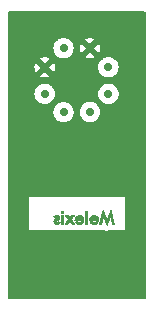
<source format=gbr>
G04 #@! TF.GenerationSoftware,KiCad,Pcbnew,(6.0.7)*
G04 #@! TF.CreationDate,2022-08-12T11:37:01-07:00*
G04 #@! TF.ProjectId,mlx90640-breakout,6d6c7839-3036-4343-902d-627265616b6f,rev?*
G04 #@! TF.SameCoordinates,Original*
G04 #@! TF.FileFunction,Copper,L2,Bot*
G04 #@! TF.FilePolarity,Positive*
%FSLAX46Y46*%
G04 Gerber Fmt 4.6, Leading zero omitted, Abs format (unit mm)*
G04 Created by KiCad (PCBNEW (6.0.7)) date 2022-08-12 11:37:01*
%MOMM*%
%LPD*%
G01*
G04 APERTURE LIST*
G04 Aperture macros list*
%AMFreePoly0*
4,1,21,0.108156,0.332870,0.205725,0.283156,0.283156,0.205725,0.332870,0.108156,0.350000,0.000000,0.332870,-0.108156,0.283156,-0.205725,0.205725,-0.283156,0.108156,-0.332870,0.000000,-0.350000,-0.108156,-0.332870,-0.205725,-0.283156,-0.283156,-0.205725,-0.332870,-0.108156,-0.350000,0.000000,-0.332870,0.108156,-0.283156,0.205725,-0.205725,0.283156,-0.108156,0.332870,0.000000,0.350000,
0.108156,0.332870,0.108156,0.332870,$1*%
G04 Aperture macros list end*
G04 #@! TA.AperFunction,EtchedComponent*
%ADD10C,0.010000*%
G04 #@! TD*
G04 #@! TA.AperFunction,ComponentPad*
%ADD11FreePoly0,90.000000*%
G04 #@! TD*
G04 #@! TA.AperFunction,ComponentPad*
%ADD12C,0.700000*%
G04 #@! TD*
G04 #@! TA.AperFunction,ComponentPad*
%ADD13FreePoly0,0.000000*%
G04 #@! TD*
G04 APERTURE END LIST*
G36*
X111844079Y-76591201D02*
G01*
X111666279Y-76591201D01*
X111666279Y-75499001D01*
X111844079Y-75499001D01*
X111844079Y-76591201D01*
G37*
D10*
X111844079Y-76591201D02*
X111666279Y-76591201D01*
X111666279Y-75499001D01*
X111844079Y-75499001D01*
X111844079Y-76591201D01*
G36*
X109801919Y-75676801D02*
G01*
X109619039Y-75676801D01*
X109619039Y-75499001D01*
X109801919Y-75499001D01*
X109801919Y-75676801D01*
G37*
X109801919Y-75676801D02*
X109619039Y-75676801D01*
X109619039Y-75499001D01*
X109801919Y-75499001D01*
X109801919Y-75676801D01*
G36*
X110676804Y-75883811D02*
G01*
X110627726Y-75946379D01*
X110584833Y-76001303D01*
X110547925Y-76048845D01*
X110516806Y-76089265D01*
X110491278Y-76122825D01*
X110471143Y-76149787D01*
X110456203Y-76170413D01*
X110446261Y-76184963D01*
X110441120Y-76193699D01*
X110440341Y-76196699D01*
X110444046Y-76201815D01*
X110453313Y-76214170D01*
X110467519Y-76232945D01*
X110486040Y-76257321D01*
X110508252Y-76286477D01*
X110533531Y-76319593D01*
X110561254Y-76355850D01*
X110588941Y-76392007D01*
X110618329Y-76430413D01*
X110645795Y-76466414D01*
X110670725Y-76499197D01*
X110692502Y-76527948D01*
X110710514Y-76551853D01*
X110724144Y-76570099D01*
X110732778Y-76581873D01*
X110735792Y-76586317D01*
X110731480Y-76588012D01*
X110717768Y-76589383D01*
X110695413Y-76590395D01*
X110665171Y-76591012D01*
X110631268Y-76591201D01*
X110525050Y-76591201D01*
X110431454Y-76470836D01*
X110407698Y-76440279D01*
X110385811Y-76412112D01*
X110366613Y-76387394D01*
X110350926Y-76367181D01*
X110339569Y-76352529D01*
X110333363Y-76344497D01*
X110332593Y-76343489D01*
X110329714Y-76343213D01*
X110324103Y-76347276D01*
X110315231Y-76356292D01*
X110302571Y-76370877D01*
X110285594Y-76391644D01*
X110263770Y-76419209D01*
X110236572Y-76454187D01*
X110229109Y-76463853D01*
X110130891Y-76591201D01*
X110024825Y-76591201D01*
X109993245Y-76591027D01*
X109965417Y-76590542D01*
X109942829Y-76589799D01*
X109926966Y-76588852D01*
X109919316Y-76587753D01*
X109918844Y-76587391D01*
X109921865Y-76582722D01*
X109930495Y-76570803D01*
X109944133Y-76552429D01*
X109962183Y-76528393D01*
X109984044Y-76499489D01*
X110009119Y-76466511D01*
X110036809Y-76430252D01*
X110066514Y-76391508D01*
X110068630Y-76388754D01*
X110103347Y-76343499D01*
X110132286Y-76305584D01*
X110155920Y-76274337D01*
X110174720Y-76249088D01*
X110189160Y-76229166D01*
X110199712Y-76213901D01*
X110206848Y-76202622D01*
X110211042Y-76194658D01*
X110212766Y-76189340D01*
X110212491Y-76185995D01*
X110212055Y-76185227D01*
X110207615Y-76179348D01*
X110197686Y-76166369D01*
X110182991Y-76147231D01*
X110164252Y-76122872D01*
X110142193Y-76094233D01*
X110117537Y-76062254D01*
X110091006Y-76027873D01*
X110087669Y-76023549D01*
X110061244Y-75989250D01*
X110036879Y-75957483D01*
X110015251Y-75929140D01*
X109997036Y-75905114D01*
X109982911Y-75886299D01*
X109973552Y-75873586D01*
X109969635Y-75867870D01*
X109969559Y-75867666D01*
X109974392Y-75866817D01*
X109987911Y-75866085D01*
X110008638Y-75865506D01*
X110035099Y-75865118D01*
X110065819Y-75864958D01*
X110077509Y-75864963D01*
X110185459Y-75865165D01*
X110254039Y-75956100D01*
X110273923Y-75982335D01*
X110291769Y-76005629D01*
X110306676Y-76024828D01*
X110317741Y-76038773D01*
X110324063Y-76046310D01*
X110325159Y-76047314D01*
X110328870Y-76043565D01*
X110337882Y-76032901D01*
X110351286Y-76016448D01*
X110368168Y-75995331D01*
X110387619Y-75970674D01*
X110398819Y-75956350D01*
X110469939Y-75865107D01*
X110580855Y-75864934D01*
X110691772Y-75864761D01*
X110676804Y-75883811D01*
G37*
X110676804Y-75883811D02*
X110627726Y-75946379D01*
X110584833Y-76001303D01*
X110547925Y-76048845D01*
X110516806Y-76089265D01*
X110491278Y-76122825D01*
X110471143Y-76149787D01*
X110456203Y-76170413D01*
X110446261Y-76184963D01*
X110441120Y-76193699D01*
X110440341Y-76196699D01*
X110444046Y-76201815D01*
X110453313Y-76214170D01*
X110467519Y-76232945D01*
X110486040Y-76257321D01*
X110508252Y-76286477D01*
X110533531Y-76319593D01*
X110561254Y-76355850D01*
X110588941Y-76392007D01*
X110618329Y-76430413D01*
X110645795Y-76466414D01*
X110670725Y-76499197D01*
X110692502Y-76527948D01*
X110710514Y-76551853D01*
X110724144Y-76570099D01*
X110732778Y-76581873D01*
X110735792Y-76586317D01*
X110731480Y-76588012D01*
X110717768Y-76589383D01*
X110695413Y-76590395D01*
X110665171Y-76591012D01*
X110631268Y-76591201D01*
X110525050Y-76591201D01*
X110431454Y-76470836D01*
X110407698Y-76440279D01*
X110385811Y-76412112D01*
X110366613Y-76387394D01*
X110350926Y-76367181D01*
X110339569Y-76352529D01*
X110333363Y-76344497D01*
X110332593Y-76343489D01*
X110329714Y-76343213D01*
X110324103Y-76347276D01*
X110315231Y-76356292D01*
X110302571Y-76370877D01*
X110285594Y-76391644D01*
X110263770Y-76419209D01*
X110236572Y-76454187D01*
X110229109Y-76463853D01*
X110130891Y-76591201D01*
X110024825Y-76591201D01*
X109993245Y-76591027D01*
X109965417Y-76590542D01*
X109942829Y-76589799D01*
X109926966Y-76588852D01*
X109919316Y-76587753D01*
X109918844Y-76587391D01*
X109921865Y-76582722D01*
X109930495Y-76570803D01*
X109944133Y-76552429D01*
X109962183Y-76528393D01*
X109984044Y-76499489D01*
X110009119Y-76466511D01*
X110036809Y-76430252D01*
X110066514Y-76391508D01*
X110068630Y-76388754D01*
X110103347Y-76343499D01*
X110132286Y-76305584D01*
X110155920Y-76274337D01*
X110174720Y-76249088D01*
X110189160Y-76229166D01*
X110199712Y-76213901D01*
X110206848Y-76202622D01*
X110211042Y-76194658D01*
X110212766Y-76189340D01*
X110212491Y-76185995D01*
X110212055Y-76185227D01*
X110207615Y-76179348D01*
X110197686Y-76166369D01*
X110182991Y-76147231D01*
X110164252Y-76122872D01*
X110142193Y-76094233D01*
X110117537Y-76062254D01*
X110091006Y-76027873D01*
X110087669Y-76023549D01*
X110061244Y-75989250D01*
X110036879Y-75957483D01*
X110015251Y-75929140D01*
X109997036Y-75905114D01*
X109982911Y-75886299D01*
X109973552Y-75873586D01*
X109969635Y-75867870D01*
X109969559Y-75867666D01*
X109974392Y-75866817D01*
X109987911Y-75866085D01*
X110008638Y-75865506D01*
X110035099Y-75865118D01*
X110065819Y-75864958D01*
X110077509Y-75864963D01*
X110185459Y-75865165D01*
X110254039Y-75956100D01*
X110273923Y-75982335D01*
X110291769Y-76005629D01*
X110306676Y-76024828D01*
X110317741Y-76038773D01*
X110324063Y-76046310D01*
X110325159Y-76047314D01*
X110328870Y-76043565D01*
X110337882Y-76032901D01*
X110351286Y-76016448D01*
X110368168Y-75995331D01*
X110387619Y-75970674D01*
X110398819Y-75956350D01*
X110469939Y-75865107D01*
X110580855Y-75864934D01*
X110691772Y-75864761D01*
X110676804Y-75883811D01*
G36*
X113812629Y-75413548D02*
G01*
X113812971Y-75413879D01*
X113814556Y-75419018D01*
X113818555Y-75433379D01*
X113824805Y-75456358D01*
X113833147Y-75487347D01*
X113843419Y-75525741D01*
X113855459Y-75570934D01*
X113869108Y-75622321D01*
X113884204Y-75679296D01*
X113900585Y-75741252D01*
X113918092Y-75807583D01*
X113936563Y-75877685D01*
X113955837Y-75950951D01*
X113969386Y-76002521D01*
X114123300Y-76588661D01*
X114036897Y-76590054D01*
X114008240Y-76590293D01*
X113983188Y-76590077D01*
X113963478Y-76589456D01*
X113950847Y-76588480D01*
X113947036Y-76587514D01*
X113945190Y-76582040D01*
X113941023Y-76567560D01*
X113934758Y-76544907D01*
X113926616Y-76514912D01*
X113916822Y-76478406D01*
X113905597Y-76436221D01*
X113893164Y-76389187D01*
X113879746Y-76338137D01*
X113865566Y-76283902D01*
X113860592Y-76264811D01*
X113846231Y-76209811D01*
X113832572Y-76157817D01*
X113819835Y-76109646D01*
X113808240Y-76066115D01*
X113798007Y-76028044D01*
X113789358Y-75996248D01*
X113782511Y-75971547D01*
X113777687Y-75954758D01*
X113775106Y-75946699D01*
X113774772Y-75946092D01*
X113772401Y-75950667D01*
X113766425Y-75963892D01*
X113757155Y-75985041D01*
X113744900Y-76013389D01*
X113729970Y-76048210D01*
X113712676Y-76088779D01*
X113693328Y-76134369D01*
X113672235Y-76184256D01*
X113649708Y-76237713D01*
X113626057Y-76294015D01*
X113624816Y-76296975D01*
X113601088Y-76353472D01*
X113578448Y-76407212D01*
X113557208Y-76457464D01*
X113537682Y-76503496D01*
X113520182Y-76544575D01*
X113505020Y-76579971D01*
X113492509Y-76608950D01*
X113482961Y-76630783D01*
X113476690Y-76644736D01*
X113474008Y-76650078D01*
X113473977Y-76650104D01*
X113469987Y-76647301D01*
X113464049Y-76637587D01*
X113460784Y-76630691D01*
X113457260Y-76622450D01*
X113450137Y-76605657D01*
X113439759Y-76581124D01*
X113426469Y-76549661D01*
X113410609Y-76512082D01*
X113392521Y-76469197D01*
X113372549Y-76421821D01*
X113351035Y-76370763D01*
X113328322Y-76316836D01*
X113311904Y-76277843D01*
X113281183Y-76205098D01*
X113254220Y-76141734D01*
X113230993Y-76087700D01*
X113211479Y-76042949D01*
X113195656Y-76007428D01*
X113183503Y-75981090D01*
X113174997Y-75963883D01*
X113170116Y-75955759D01*
X113168899Y-75955263D01*
X113167013Y-75961605D01*
X113162829Y-75976907D01*
X113156578Y-76000288D01*
X113148492Y-76030868D01*
X113138801Y-76067767D01*
X113127737Y-76110103D01*
X113115530Y-76156998D01*
X113102413Y-76207570D01*
X113088617Y-76260939D01*
X113088601Y-76261001D01*
X113074738Y-76314656D01*
X113061511Y-76365740D01*
X113049156Y-76413341D01*
X113037913Y-76456547D01*
X113028020Y-76494447D01*
X113019713Y-76526131D01*
X113013231Y-76550686D01*
X113008811Y-76567201D01*
X113006716Y-76574691D01*
X113001531Y-76591201D01*
X112824325Y-76591201D01*
X112827206Y-76579771D01*
X112835964Y-76545306D01*
X112846489Y-76504365D01*
X112858592Y-76457666D01*
X112872078Y-76405925D01*
X112886758Y-76349862D01*
X112902440Y-76290194D01*
X112918931Y-76227638D01*
X112936041Y-76162913D01*
X112953577Y-76096736D01*
X112971348Y-76029825D01*
X112989162Y-75962899D01*
X113006828Y-75896674D01*
X113024154Y-75831869D01*
X113040948Y-75769202D01*
X113057019Y-75709390D01*
X113072176Y-75653151D01*
X113086225Y-75601203D01*
X113098977Y-75554264D01*
X113110238Y-75513051D01*
X113119818Y-75478283D01*
X113127525Y-75450678D01*
X113133168Y-75430953D01*
X113136554Y-75419825D01*
X113137483Y-75417538D01*
X113140085Y-75422480D01*
X113146290Y-75436114D01*
X113155805Y-75457751D01*
X113168334Y-75486702D01*
X113183585Y-75522276D01*
X113201262Y-75563783D01*
X113221072Y-75610533D01*
X113242721Y-75661838D01*
X113265914Y-75717006D01*
X113290358Y-75775348D01*
X113306922Y-75814991D01*
X113331970Y-75874874D01*
X113355934Y-75931912D01*
X113378522Y-75985427D01*
X113399445Y-76034745D01*
X113418412Y-76079188D01*
X113435134Y-76118081D01*
X113449319Y-76150749D01*
X113460678Y-76176514D01*
X113468920Y-76194701D01*
X113473756Y-76204634D01*
X113474947Y-76206333D01*
X113477355Y-76201163D01*
X113483377Y-76187337D01*
X113492709Y-76165571D01*
X113505047Y-76136583D01*
X113520089Y-76101091D01*
X113537529Y-76059812D01*
X113557066Y-76013465D01*
X113578395Y-75962766D01*
X113601214Y-75908433D01*
X113625217Y-75851184D01*
X113632297Y-75834281D01*
X113662693Y-75761697D01*
X113689407Y-75697920D01*
X113712680Y-75642385D01*
X113732757Y-75594527D01*
X113749879Y-75553782D01*
X113764289Y-75519586D01*
X113776231Y-75491372D01*
X113785945Y-75468578D01*
X113793676Y-75450638D01*
X113799666Y-75436987D01*
X113804157Y-75427062D01*
X113807393Y-75420297D01*
X113809615Y-75416128D01*
X113811067Y-75413990D01*
X113811990Y-75413318D01*
X113812629Y-75413548D01*
G37*
X113812629Y-75413548D02*
X113812971Y-75413879D01*
X113814556Y-75419018D01*
X113818555Y-75433379D01*
X113824805Y-75456358D01*
X113833147Y-75487347D01*
X113843419Y-75525741D01*
X113855459Y-75570934D01*
X113869108Y-75622321D01*
X113884204Y-75679296D01*
X113900585Y-75741252D01*
X113918092Y-75807583D01*
X113936563Y-75877685D01*
X113955837Y-75950951D01*
X113969386Y-76002521D01*
X114123300Y-76588661D01*
X114036897Y-76590054D01*
X114008240Y-76590293D01*
X113983188Y-76590077D01*
X113963478Y-76589456D01*
X113950847Y-76588480D01*
X113947036Y-76587514D01*
X113945190Y-76582040D01*
X113941023Y-76567560D01*
X113934758Y-76544907D01*
X113926616Y-76514912D01*
X113916822Y-76478406D01*
X113905597Y-76436221D01*
X113893164Y-76389187D01*
X113879746Y-76338137D01*
X113865566Y-76283902D01*
X113860592Y-76264811D01*
X113846231Y-76209811D01*
X113832572Y-76157817D01*
X113819835Y-76109646D01*
X113808240Y-76066115D01*
X113798007Y-76028044D01*
X113789358Y-75996248D01*
X113782511Y-75971547D01*
X113777687Y-75954758D01*
X113775106Y-75946699D01*
X113774772Y-75946092D01*
X113772401Y-75950667D01*
X113766425Y-75963892D01*
X113757155Y-75985041D01*
X113744900Y-76013389D01*
X113729970Y-76048210D01*
X113712676Y-76088779D01*
X113693328Y-76134369D01*
X113672235Y-76184256D01*
X113649708Y-76237713D01*
X113626057Y-76294015D01*
X113624816Y-76296975D01*
X113601088Y-76353472D01*
X113578448Y-76407212D01*
X113557208Y-76457464D01*
X113537682Y-76503496D01*
X113520182Y-76544575D01*
X113505020Y-76579971D01*
X113492509Y-76608950D01*
X113482961Y-76630783D01*
X113476690Y-76644736D01*
X113474008Y-76650078D01*
X113473977Y-76650104D01*
X113469987Y-76647301D01*
X113464049Y-76637587D01*
X113460784Y-76630691D01*
X113457260Y-76622450D01*
X113450137Y-76605657D01*
X113439759Y-76581124D01*
X113426469Y-76549661D01*
X113410609Y-76512082D01*
X113392521Y-76469197D01*
X113372549Y-76421821D01*
X113351035Y-76370763D01*
X113328322Y-76316836D01*
X113311904Y-76277843D01*
X113281183Y-76205098D01*
X113254220Y-76141734D01*
X113230993Y-76087700D01*
X113211479Y-76042949D01*
X113195656Y-76007428D01*
X113183503Y-75981090D01*
X113174997Y-75963883D01*
X113170116Y-75955759D01*
X113168899Y-75955263D01*
X113167013Y-75961605D01*
X113162829Y-75976907D01*
X113156578Y-76000288D01*
X113148492Y-76030868D01*
X113138801Y-76067767D01*
X113127737Y-76110103D01*
X113115530Y-76156998D01*
X113102413Y-76207570D01*
X113088617Y-76260939D01*
X113088601Y-76261001D01*
X113074738Y-76314656D01*
X113061511Y-76365740D01*
X113049156Y-76413341D01*
X113037913Y-76456547D01*
X113028020Y-76494447D01*
X113019713Y-76526131D01*
X113013231Y-76550686D01*
X113008811Y-76567201D01*
X113006716Y-76574691D01*
X113001531Y-76591201D01*
X112824325Y-76591201D01*
X112827206Y-76579771D01*
X112835964Y-76545306D01*
X112846489Y-76504365D01*
X112858592Y-76457666D01*
X112872078Y-76405925D01*
X112886758Y-76349862D01*
X112902440Y-76290194D01*
X112918931Y-76227638D01*
X112936041Y-76162913D01*
X112953577Y-76096736D01*
X112971348Y-76029825D01*
X112989162Y-75962899D01*
X113006828Y-75896674D01*
X113024154Y-75831869D01*
X113040948Y-75769202D01*
X113057019Y-75709390D01*
X113072176Y-75653151D01*
X113086225Y-75601203D01*
X113098977Y-75554264D01*
X113110238Y-75513051D01*
X113119818Y-75478283D01*
X113127525Y-75450678D01*
X113133168Y-75430953D01*
X113136554Y-75419825D01*
X113137483Y-75417538D01*
X113140085Y-75422480D01*
X113146290Y-75436114D01*
X113155805Y-75457751D01*
X113168334Y-75486702D01*
X113183585Y-75522276D01*
X113201262Y-75563783D01*
X113221072Y-75610533D01*
X113242721Y-75661838D01*
X113265914Y-75717006D01*
X113290358Y-75775348D01*
X113306922Y-75814991D01*
X113331970Y-75874874D01*
X113355934Y-75931912D01*
X113378522Y-75985427D01*
X113399445Y-76034745D01*
X113418412Y-76079188D01*
X113435134Y-76118081D01*
X113449319Y-76150749D01*
X113460678Y-76176514D01*
X113468920Y-76194701D01*
X113473756Y-76204634D01*
X113474947Y-76206333D01*
X113477355Y-76201163D01*
X113483377Y-76187337D01*
X113492709Y-76165571D01*
X113505047Y-76136583D01*
X113520089Y-76101091D01*
X113537529Y-76059812D01*
X113557066Y-76013465D01*
X113578395Y-75962766D01*
X113601214Y-75908433D01*
X113625217Y-75851184D01*
X113632297Y-75834281D01*
X113662693Y-75761697D01*
X113689407Y-75697920D01*
X113712680Y-75642385D01*
X113732757Y-75594527D01*
X113749879Y-75553782D01*
X113764289Y-75519586D01*
X113776231Y-75491372D01*
X113785945Y-75468578D01*
X113793676Y-75450638D01*
X113799666Y-75436987D01*
X113804157Y-75427062D01*
X113807393Y-75420297D01*
X113809615Y-75416128D01*
X113811067Y-75413990D01*
X113811990Y-75413318D01*
X113812629Y-75413548D01*
G36*
X109264717Y-75848627D02*
G01*
X109294949Y-75852953D01*
X109321927Y-75861276D01*
X109349004Y-75874588D01*
X109375166Y-75890946D01*
X109408147Y-75918464D01*
X109433824Y-75951209D01*
X109452064Y-75987766D01*
X109462736Y-76026722D01*
X109465709Y-76066664D01*
X109460851Y-76106176D01*
X109448029Y-76143846D01*
X109427114Y-76178260D01*
X109404190Y-76202740D01*
X109395724Y-76209851D01*
X109386214Y-76216869D01*
X109374624Y-76224350D01*
X109359918Y-76232851D01*
X109341059Y-76242927D01*
X109317011Y-76255135D01*
X109286736Y-76270031D01*
X109249199Y-76288170D01*
X109209378Y-76307236D01*
X109176190Y-76325484D01*
X109153118Y-76343741D01*
X109140118Y-76362095D01*
X109137146Y-76380633D01*
X109144158Y-76399441D01*
X109155603Y-76413440D01*
X109180533Y-76431602D01*
X109209539Y-76441375D01*
X109241108Y-76442856D01*
X109273727Y-76436141D01*
X109305884Y-76421327D01*
X109331992Y-76402203D01*
X109355870Y-76381184D01*
X109422684Y-76413704D01*
X109446691Y-76425479D01*
X109467508Y-76435861D01*
X109483383Y-76443962D01*
X109492569Y-76448898D01*
X109493988Y-76449796D01*
X109493879Y-76455718D01*
X109487729Y-76467126D01*
X109476768Y-76482407D01*
X109462225Y-76499951D01*
X109445329Y-76518145D01*
X109431884Y-76531220D01*
X109389899Y-76563695D01*
X109343597Y-76588001D01*
X109294414Y-76603741D01*
X109243791Y-76610518D01*
X109193164Y-76607933D01*
X109170195Y-76603474D01*
X109127729Y-76588669D01*
X109087068Y-76565998D01*
X109050287Y-76537089D01*
X109019463Y-76503567D01*
X108997093Y-76467920D01*
X108982595Y-76428452D01*
X108975884Y-76386801D01*
X108977481Y-76346376D01*
X108978062Y-76342848D01*
X108988263Y-76304970D01*
X109005251Y-76270509D01*
X109029623Y-76238892D01*
X109061976Y-76209544D01*
X109102908Y-76181891D01*
X109153016Y-76155358D01*
X109190485Y-76138569D01*
X109228111Y-76121772D01*
X109256751Y-76106808D01*
X109277266Y-76093022D01*
X109290521Y-76079756D01*
X109297377Y-76066356D01*
X109298837Y-76056197D01*
X109295875Y-76037799D01*
X109286020Y-76024689D01*
X109268535Y-76016415D01*
X109242686Y-76012524D01*
X109226957Y-76012081D01*
X109204869Y-76013454D01*
X109184431Y-76018250D01*
X109162883Y-76027477D01*
X109137465Y-76042147D01*
X109127592Y-76048462D01*
X109095885Y-76069098D01*
X109044567Y-76024079D01*
X109024621Y-76006650D01*
X109006621Y-75991048D01*
X108992360Y-75978817D01*
X108983629Y-75971503D01*
X108982838Y-75970871D01*
X108978075Y-75966560D01*
X108977128Y-75962431D01*
X108981085Y-75956808D01*
X108991034Y-75948014D01*
X109004902Y-75936883D01*
X109040673Y-75910980D01*
X109079563Y-75887102D01*
X109117844Y-75867425D01*
X109139393Y-75858380D01*
X109155291Y-75853120D01*
X109171207Y-75849769D01*
X109190100Y-75847958D01*
X109214927Y-75847314D01*
X109227879Y-75847304D01*
X109264717Y-75848627D01*
G37*
X109264717Y-75848627D02*
X109294949Y-75852953D01*
X109321927Y-75861276D01*
X109349004Y-75874588D01*
X109375166Y-75890946D01*
X109408147Y-75918464D01*
X109433824Y-75951209D01*
X109452064Y-75987766D01*
X109462736Y-76026722D01*
X109465709Y-76066664D01*
X109460851Y-76106176D01*
X109448029Y-76143846D01*
X109427114Y-76178260D01*
X109404190Y-76202740D01*
X109395724Y-76209851D01*
X109386214Y-76216869D01*
X109374624Y-76224350D01*
X109359918Y-76232851D01*
X109341059Y-76242927D01*
X109317011Y-76255135D01*
X109286736Y-76270031D01*
X109249199Y-76288170D01*
X109209378Y-76307236D01*
X109176190Y-76325484D01*
X109153118Y-76343741D01*
X109140118Y-76362095D01*
X109137146Y-76380633D01*
X109144158Y-76399441D01*
X109155603Y-76413440D01*
X109180533Y-76431602D01*
X109209539Y-76441375D01*
X109241108Y-76442856D01*
X109273727Y-76436141D01*
X109305884Y-76421327D01*
X109331992Y-76402203D01*
X109355870Y-76381184D01*
X109422684Y-76413704D01*
X109446691Y-76425479D01*
X109467508Y-76435861D01*
X109483383Y-76443962D01*
X109492569Y-76448898D01*
X109493988Y-76449796D01*
X109493879Y-76455718D01*
X109487729Y-76467126D01*
X109476768Y-76482407D01*
X109462225Y-76499951D01*
X109445329Y-76518145D01*
X109431884Y-76531220D01*
X109389899Y-76563695D01*
X109343597Y-76588001D01*
X109294414Y-76603741D01*
X109243791Y-76610518D01*
X109193164Y-76607933D01*
X109170195Y-76603474D01*
X109127729Y-76588669D01*
X109087068Y-76565998D01*
X109050287Y-76537089D01*
X109019463Y-76503567D01*
X108997093Y-76467920D01*
X108982595Y-76428452D01*
X108975884Y-76386801D01*
X108977481Y-76346376D01*
X108978062Y-76342848D01*
X108988263Y-76304970D01*
X109005251Y-76270509D01*
X109029623Y-76238892D01*
X109061976Y-76209544D01*
X109102908Y-76181891D01*
X109153016Y-76155358D01*
X109190485Y-76138569D01*
X109228111Y-76121772D01*
X109256751Y-76106808D01*
X109277266Y-76093022D01*
X109290521Y-76079756D01*
X109297377Y-76066356D01*
X109298837Y-76056197D01*
X109295875Y-76037799D01*
X109286020Y-76024689D01*
X109268535Y-76016415D01*
X109242686Y-76012524D01*
X109226957Y-76012081D01*
X109204869Y-76013454D01*
X109184431Y-76018250D01*
X109162883Y-76027477D01*
X109137465Y-76042147D01*
X109127592Y-76048462D01*
X109095885Y-76069098D01*
X109044567Y-76024079D01*
X109024621Y-76006650D01*
X109006621Y-75991048D01*
X108992360Y-75978817D01*
X108983629Y-75971503D01*
X108982838Y-75970871D01*
X108978075Y-75966560D01*
X108977128Y-75962431D01*
X108981085Y-75956808D01*
X108991034Y-75948014D01*
X109004902Y-75936883D01*
X109040673Y-75910980D01*
X109079563Y-75887102D01*
X109117844Y-75867425D01*
X109139393Y-75858380D01*
X109155291Y-75853120D01*
X109171207Y-75849769D01*
X109190100Y-75847958D01*
X109214927Y-75847314D01*
X109227879Y-75847304D01*
X109264717Y-75848627D01*
G36*
X110798718Y-76060691D02*
G01*
X110824165Y-76016022D01*
X110856892Y-75974019D01*
X110873799Y-75955944D01*
X110918920Y-75915851D01*
X110966624Y-75885230D01*
X111017989Y-75863603D01*
X111074092Y-75850495D01*
X111122719Y-75845839D01*
X111152516Y-75844998D01*
X111176120Y-75845655D01*
X111197427Y-75848120D01*
X111220332Y-75852702D01*
X111226161Y-75854071D01*
X111283195Y-75872813D01*
X111336252Y-75900344D01*
X111384414Y-75935764D01*
X111426759Y-75978174D01*
X111462368Y-76026673D01*
X111490321Y-76080361D01*
X111507285Y-76129081D01*
X111513154Y-76159952D01*
X111516239Y-76197232D01*
X111516585Y-76237573D01*
X111514238Y-76277624D01*
X111509242Y-76314038D01*
X111504522Y-76334432D01*
X111483056Y-76392060D01*
X111453270Y-76444725D01*
X111415981Y-76491620D01*
X111372003Y-76531937D01*
X111322153Y-76564870D01*
X111267246Y-76589614D01*
X111237019Y-76598962D01*
X111208273Y-76604427D01*
X111173165Y-76607926D01*
X111135322Y-76609357D01*
X111098368Y-76608616D01*
X111065930Y-76605599D01*
X111056949Y-76604108D01*
X111000249Y-76589066D01*
X110945841Y-76566422D01*
X110895433Y-76537214D01*
X110850735Y-76502481D01*
X110813455Y-76463262D01*
X110803454Y-76450050D01*
X110792213Y-76434264D01*
X110852056Y-76389225D01*
X110873703Y-76372999D01*
X110892790Y-76358816D01*
X110907691Y-76347874D01*
X110916782Y-76341372D01*
X110918455Y-76340266D01*
X110925722Y-76341790D01*
X110938796Y-76351468D01*
X110957550Y-76369206D01*
X110957808Y-76369466D01*
X110994956Y-76401277D01*
X111034552Y-76423701D01*
X111077980Y-76437454D01*
X111094578Y-76440386D01*
X111140653Y-76442632D01*
X111185199Y-76436449D01*
X111226822Y-76422501D01*
X111264129Y-76401450D01*
X111295726Y-76373959D01*
X111320220Y-76340691D01*
X111325573Y-76330519D01*
X111333924Y-76312217D01*
X111340663Y-76295561D01*
X111344059Y-76285131D01*
X111347340Y-76271161D01*
X110755757Y-76271161D01*
X110759280Y-76226711D01*
X110766953Y-76164433D01*
X110777612Y-76119217D01*
X110960159Y-76119217D01*
X110965086Y-76120365D01*
X110979257Y-76121388D01*
X111001756Y-76122264D01*
X111031669Y-76122970D01*
X111068079Y-76123481D01*
X111110071Y-76123776D01*
X111143169Y-76123841D01*
X111326179Y-76123841D01*
X111318588Y-76109161D01*
X111306756Y-76091976D01*
X111289023Y-76072773D01*
X111268407Y-76054395D01*
X111247929Y-76039686D01*
X111240189Y-76035334D01*
X111199186Y-76019940D01*
X111155756Y-76013076D01*
X111111970Y-76014645D01*
X111069900Y-76024549D01*
X111031617Y-76042693D01*
X111027631Y-76045250D01*
X111013528Y-76056118D01*
X110998022Y-76070452D01*
X110983033Y-76086146D01*
X110970481Y-76101094D01*
X110962289Y-76113191D01*
X110960159Y-76119217D01*
X110777612Y-76119217D01*
X110779873Y-76109627D01*
X110798718Y-76060691D01*
G37*
X110798718Y-76060691D02*
X110824165Y-76016022D01*
X110856892Y-75974019D01*
X110873799Y-75955944D01*
X110918920Y-75915851D01*
X110966624Y-75885230D01*
X111017989Y-75863603D01*
X111074092Y-75850495D01*
X111122719Y-75845839D01*
X111152516Y-75844998D01*
X111176120Y-75845655D01*
X111197427Y-75848120D01*
X111220332Y-75852702D01*
X111226161Y-75854071D01*
X111283195Y-75872813D01*
X111336252Y-75900344D01*
X111384414Y-75935764D01*
X111426759Y-75978174D01*
X111462368Y-76026673D01*
X111490321Y-76080361D01*
X111507285Y-76129081D01*
X111513154Y-76159952D01*
X111516239Y-76197232D01*
X111516585Y-76237573D01*
X111514238Y-76277624D01*
X111509242Y-76314038D01*
X111504522Y-76334432D01*
X111483056Y-76392060D01*
X111453270Y-76444725D01*
X111415981Y-76491620D01*
X111372003Y-76531937D01*
X111322153Y-76564870D01*
X111267246Y-76589614D01*
X111237019Y-76598962D01*
X111208273Y-76604427D01*
X111173165Y-76607926D01*
X111135322Y-76609357D01*
X111098368Y-76608616D01*
X111065930Y-76605599D01*
X111056949Y-76604108D01*
X111000249Y-76589066D01*
X110945841Y-76566422D01*
X110895433Y-76537214D01*
X110850735Y-76502481D01*
X110813455Y-76463262D01*
X110803454Y-76450050D01*
X110792213Y-76434264D01*
X110852056Y-76389225D01*
X110873703Y-76372999D01*
X110892790Y-76358816D01*
X110907691Y-76347874D01*
X110916782Y-76341372D01*
X110918455Y-76340266D01*
X110925722Y-76341790D01*
X110938796Y-76351468D01*
X110957550Y-76369206D01*
X110957808Y-76369466D01*
X110994956Y-76401277D01*
X111034552Y-76423701D01*
X111077980Y-76437454D01*
X111094578Y-76440386D01*
X111140653Y-76442632D01*
X111185199Y-76436449D01*
X111226822Y-76422501D01*
X111264129Y-76401450D01*
X111295726Y-76373959D01*
X111320220Y-76340691D01*
X111325573Y-76330519D01*
X111333924Y-76312217D01*
X111340663Y-76295561D01*
X111344059Y-76285131D01*
X111347340Y-76271161D01*
X110755757Y-76271161D01*
X110759280Y-76226711D01*
X110766953Y-76164433D01*
X110777612Y-76119217D01*
X110960159Y-76119217D01*
X110965086Y-76120365D01*
X110979257Y-76121388D01*
X111001756Y-76122264D01*
X111031669Y-76122970D01*
X111068079Y-76123481D01*
X111110071Y-76123776D01*
X111143169Y-76123841D01*
X111326179Y-76123841D01*
X111318588Y-76109161D01*
X111306756Y-76091976D01*
X111289023Y-76072773D01*
X111268407Y-76054395D01*
X111247929Y-76039686D01*
X111240189Y-76035334D01*
X111199186Y-76019940D01*
X111155756Y-76013076D01*
X111111970Y-76014645D01*
X111069900Y-76024549D01*
X111031617Y-76042693D01*
X111027631Y-76045250D01*
X111013528Y-76056118D01*
X110998022Y-76070452D01*
X110983033Y-76086146D01*
X110970481Y-76101094D01*
X110962289Y-76113191D01*
X110960159Y-76119217D01*
X110777612Y-76119217D01*
X110779873Y-76109627D01*
X110798718Y-76060691D01*
G36*
X112057060Y-76028022D02*
G01*
X112091306Y-75979713D01*
X112132514Y-75937230D01*
X112180120Y-75901435D01*
X112233559Y-75873191D01*
X112263179Y-75861870D01*
X112305701Y-75851287D01*
X112353315Y-75845636D01*
X112402113Y-75845125D01*
X112448190Y-75849965D01*
X112456219Y-75851487D01*
X112510218Y-75867463D01*
X112562534Y-75892339D01*
X112611140Y-75924860D01*
X112654009Y-75963772D01*
X112673077Y-75985756D01*
X112706933Y-76034076D01*
X112731524Y-76082871D01*
X112747626Y-76134166D01*
X112756015Y-76189990D01*
X112757010Y-76205121D01*
X112755928Y-76269404D01*
X112745817Y-76329176D01*
X112726489Y-76384938D01*
X112697753Y-76437190D01*
X112659419Y-76486435D01*
X112644068Y-76502679D01*
X112622189Y-76523854D01*
X112603038Y-76539693D01*
X112583024Y-76552816D01*
X112558555Y-76565842D01*
X112555168Y-76567514D01*
X112531120Y-76578607D01*
X112506543Y-76588769D01*
X112485202Y-76596490D01*
X112476539Y-76599064D01*
X112447063Y-76604592D01*
X112411274Y-76608062D01*
X112372826Y-76609376D01*
X112335373Y-76608437D01*
X112302572Y-76605146D01*
X112295358Y-76603913D01*
X112232184Y-76586926D01*
X112173283Y-76560873D01*
X112151264Y-76548089D01*
X112127403Y-76531362D01*
X112101537Y-76510211D01*
X112076474Y-76487185D01*
X112055018Y-76464834D01*
X112042242Y-76449022D01*
X112032028Y-76434677D01*
X112091723Y-76389385D01*
X112113327Y-76373067D01*
X112132396Y-76358801D01*
X112147304Y-76347792D01*
X112156427Y-76341245D01*
X112158120Y-76340129D01*
X112165266Y-76341518D01*
X112178347Y-76350739D01*
X112197492Y-76367885D01*
X112202094Y-76372306D01*
X112234549Y-76400375D01*
X112266448Y-76420261D01*
X112300556Y-76433381D01*
X112335104Y-76440531D01*
X112382847Y-76442816D01*
X112428402Y-76436093D01*
X112470603Y-76420936D01*
X112508287Y-76397916D01*
X112540289Y-76367607D01*
X112565446Y-76330581D01*
X112567768Y-76326077D01*
X112573895Y-76314525D01*
X112579347Y-76304700D01*
X112583433Y-76296464D01*
X112585462Y-76289678D01*
X112584744Y-76284204D01*
X112580586Y-76279903D01*
X112572298Y-76276637D01*
X112559189Y-76274267D01*
X112540568Y-76272656D01*
X112515743Y-76271664D01*
X112484025Y-76271154D01*
X112444722Y-76270986D01*
X112397142Y-76271022D01*
X112340596Y-76271124D01*
X112293659Y-76271161D01*
X112231749Y-76271146D01*
X112179230Y-76271087D01*
X112135331Y-76270960D01*
X112099282Y-76270742D01*
X112070312Y-76270410D01*
X112047652Y-76269939D01*
X112030532Y-76269307D01*
X112018181Y-76268490D01*
X112009831Y-76267465D01*
X112004709Y-76266209D01*
X112002047Y-76264697D01*
X112001075Y-76262907D01*
X112000995Y-76262271D01*
X112001744Y-76199281D01*
X112011715Y-76138668D01*
X112017616Y-76120492D01*
X112199679Y-76120492D01*
X112204570Y-76121260D01*
X112218487Y-76121967D01*
X112240297Y-76122590D01*
X112268867Y-76123110D01*
X112303063Y-76123506D01*
X112341751Y-76123756D01*
X112382559Y-76123841D01*
X112424525Y-76123757D01*
X112463100Y-76123519D01*
X112497151Y-76123145D01*
X112525543Y-76122657D01*
X112547143Y-76122071D01*
X112560818Y-76121409D01*
X112565439Y-76120711D01*
X112562244Y-76113612D01*
X112553993Y-76101664D01*
X112542685Y-76087330D01*
X112530318Y-76073071D01*
X112518894Y-76061351D01*
X112513391Y-76056614D01*
X112475289Y-76033383D01*
X112434405Y-76018744D01*
X112392186Y-76012535D01*
X112350080Y-76014590D01*
X112309533Y-76024745D01*
X112271993Y-76042836D01*
X112238908Y-76068698D01*
X112220250Y-76089897D01*
X112209845Y-76104141D01*
X112202447Y-76115153D01*
X112199679Y-76120492D01*
X112017616Y-76120492D01*
X112030342Y-76081294D01*
X112057060Y-76028022D01*
G37*
X112057060Y-76028022D02*
X112091306Y-75979713D01*
X112132514Y-75937230D01*
X112180120Y-75901435D01*
X112233559Y-75873191D01*
X112263179Y-75861870D01*
X112305701Y-75851287D01*
X112353315Y-75845636D01*
X112402113Y-75845125D01*
X112448190Y-75849965D01*
X112456219Y-75851487D01*
X112510218Y-75867463D01*
X112562534Y-75892339D01*
X112611140Y-75924860D01*
X112654009Y-75963772D01*
X112673077Y-75985756D01*
X112706933Y-76034076D01*
X112731524Y-76082871D01*
X112747626Y-76134166D01*
X112756015Y-76189990D01*
X112757010Y-76205121D01*
X112755928Y-76269404D01*
X112745817Y-76329176D01*
X112726489Y-76384938D01*
X112697753Y-76437190D01*
X112659419Y-76486435D01*
X112644068Y-76502679D01*
X112622189Y-76523854D01*
X112603038Y-76539693D01*
X112583024Y-76552816D01*
X112558555Y-76565842D01*
X112555168Y-76567514D01*
X112531120Y-76578607D01*
X112506543Y-76588769D01*
X112485202Y-76596490D01*
X112476539Y-76599064D01*
X112447063Y-76604592D01*
X112411274Y-76608062D01*
X112372826Y-76609376D01*
X112335373Y-76608437D01*
X112302572Y-76605146D01*
X112295358Y-76603913D01*
X112232184Y-76586926D01*
X112173283Y-76560873D01*
X112151264Y-76548089D01*
X112127403Y-76531362D01*
X112101537Y-76510211D01*
X112076474Y-76487185D01*
X112055018Y-76464834D01*
X112042242Y-76449022D01*
X112032028Y-76434677D01*
X112091723Y-76389385D01*
X112113327Y-76373067D01*
X112132396Y-76358801D01*
X112147304Y-76347792D01*
X112156427Y-76341245D01*
X112158120Y-76340129D01*
X112165266Y-76341518D01*
X112178347Y-76350739D01*
X112197492Y-76367885D01*
X112202094Y-76372306D01*
X112234549Y-76400375D01*
X112266448Y-76420261D01*
X112300556Y-76433381D01*
X112335104Y-76440531D01*
X112382847Y-76442816D01*
X112428402Y-76436093D01*
X112470603Y-76420936D01*
X112508287Y-76397916D01*
X112540289Y-76367607D01*
X112565446Y-76330581D01*
X112567768Y-76326077D01*
X112573895Y-76314525D01*
X112579347Y-76304700D01*
X112583433Y-76296464D01*
X112585462Y-76289678D01*
X112584744Y-76284204D01*
X112580586Y-76279903D01*
X112572298Y-76276637D01*
X112559189Y-76274267D01*
X112540568Y-76272656D01*
X112515743Y-76271664D01*
X112484025Y-76271154D01*
X112444722Y-76270986D01*
X112397142Y-76271022D01*
X112340596Y-76271124D01*
X112293659Y-76271161D01*
X112231749Y-76271146D01*
X112179230Y-76271087D01*
X112135331Y-76270960D01*
X112099282Y-76270742D01*
X112070312Y-76270410D01*
X112047652Y-76269939D01*
X112030532Y-76269307D01*
X112018181Y-76268490D01*
X112009831Y-76267465D01*
X112004709Y-76266209D01*
X112002047Y-76264697D01*
X112001075Y-76262907D01*
X112000995Y-76262271D01*
X112001744Y-76199281D01*
X112011715Y-76138668D01*
X112017616Y-76120492D01*
X112199679Y-76120492D01*
X112204570Y-76121260D01*
X112218487Y-76121967D01*
X112240297Y-76122590D01*
X112268867Y-76123110D01*
X112303063Y-76123506D01*
X112341751Y-76123756D01*
X112382559Y-76123841D01*
X112424525Y-76123757D01*
X112463100Y-76123519D01*
X112497151Y-76123145D01*
X112525543Y-76122657D01*
X112547143Y-76122071D01*
X112560818Y-76121409D01*
X112565439Y-76120711D01*
X112562244Y-76113612D01*
X112553993Y-76101664D01*
X112542685Y-76087330D01*
X112530318Y-76073071D01*
X112518894Y-76061351D01*
X112513391Y-76056614D01*
X112475289Y-76033383D01*
X112434405Y-76018744D01*
X112392186Y-76012535D01*
X112350080Y-76014590D01*
X112309533Y-76024745D01*
X112271993Y-76042836D01*
X112238908Y-76068698D01*
X112220250Y-76089897D01*
X112209845Y-76104141D01*
X112202447Y-76115153D01*
X112199679Y-76120492D01*
X112017616Y-76120492D01*
X112030342Y-76081294D01*
X112057060Y-76028022D01*
G36*
X109801919Y-76591201D02*
G01*
X109619039Y-76591201D01*
X109619039Y-75864761D01*
X109801919Y-75864761D01*
X109801919Y-76591201D01*
G37*
X109801919Y-76591201D02*
X109619039Y-76591201D01*
X109619039Y-75864761D01*
X109801919Y-75864761D01*
X109801919Y-76591201D01*
D11*
X113626739Y-65573956D03*
D12*
X108228791Y-65574990D03*
X108228794Y-63340120D03*
X113624247Y-63340119D03*
D13*
X109826044Y-67126741D03*
D12*
X109825010Y-61728793D03*
X112059880Y-61728796D03*
X112059881Y-67124249D03*
G04 #@! TA.AperFunction,Conductor*
G36*
X116733620Y-58628503D02*
G01*
X116780113Y-58682159D01*
X116791499Y-58734501D01*
X116791499Y-82865501D01*
X116771497Y-82933622D01*
X116717841Y-82980115D01*
X116665499Y-82991501D01*
X105234499Y-82991501D01*
X105166378Y-82971499D01*
X105119885Y-82917843D01*
X105108499Y-82865501D01*
X105108499Y-77150001D01*
X106885999Y-77150001D01*
X113331448Y-77150001D01*
X113369887Y-77156008D01*
X113387344Y-77161600D01*
X113403478Y-77162012D01*
X113409360Y-77162162D01*
X113429561Y-77164316D01*
X113442271Y-77166720D01*
X113442273Y-77166720D01*
X113450843Y-77168341D01*
X113451056Y-77168320D01*
X113451455Y-77168395D01*
X113460393Y-77167509D01*
X113460395Y-77167509D01*
X113473189Y-77166241D01*
X113485018Y-77165068D01*
X113500660Y-77164494D01*
X113508668Y-77164698D01*
X113525411Y-77165126D01*
X113525412Y-77165126D01*
X113534385Y-77165355D01*
X113551148Y-77160914D01*
X113555624Y-77159729D01*
X113575608Y-77156129D01*
X113588600Y-77154857D01*
X113588606Y-77154855D01*
X113597233Y-77154011D01*
X113597458Y-77153921D01*
X113597827Y-77153884D01*
X113600502Y-77152805D01*
X113623602Y-77150001D01*
X115013999Y-77150001D01*
X115013999Y-74356001D01*
X106885999Y-74356001D01*
X106885999Y-77150001D01*
X105108499Y-77150001D01*
X105108499Y-67060900D01*
X108962189Y-67060900D01*
X108964277Y-67207107D01*
X108981621Y-67316611D01*
X109031288Y-67469471D01*
X109081621Y-67568256D01*
X109088469Y-67581234D01*
X109091433Y-67585193D01*
X109091434Y-67585195D01*
X109170878Y-67691319D01*
X109176097Y-67698291D01*
X109254494Y-67776688D01*
X109265017Y-67786915D01*
X109269063Y-67789767D01*
X109269064Y-67789768D01*
X109380850Y-67868571D01*
X109380855Y-67868574D01*
X109384529Y-67871164D01*
X109388539Y-67873207D01*
X109388542Y-67873209D01*
X109478900Y-67919248D01*
X109483314Y-67921497D01*
X109488026Y-67923028D01*
X109631464Y-67969634D01*
X109631468Y-67969635D01*
X109636174Y-67971164D01*
X109674463Y-67977228D01*
X109745265Y-67988443D01*
X109745319Y-67988451D01*
X109745678Y-67988508D01*
X109746068Y-67988564D01*
X109746114Y-67988571D01*
X109755304Y-67989892D01*
X109755307Y-67989892D01*
X109760203Y-67990596D01*
X109906410Y-67988508D01*
X109910846Y-67987805D01*
X109910851Y-67987805D01*
X109977964Y-67977175D01*
X110015914Y-67971164D01*
X110020620Y-67969635D01*
X110020624Y-67969634D01*
X110164062Y-67923028D01*
X110168774Y-67921497D01*
X110267559Y-67871164D01*
X110280537Y-67864316D01*
X110397594Y-67776688D01*
X110475991Y-67698291D01*
X110486218Y-67687768D01*
X110525784Y-67631642D01*
X110567874Y-67571935D01*
X110567877Y-67571930D01*
X110570467Y-67568256D01*
X110614886Y-67481079D01*
X110618551Y-67473885D01*
X110620800Y-67469471D01*
X110670467Y-67316611D01*
X110687811Y-67207107D01*
X110689899Y-67192582D01*
X110688923Y-67124249D01*
X111196652Y-67124249D01*
X111215516Y-67303724D01*
X111217556Y-67310002D01*
X111217556Y-67310003D01*
X111248706Y-67405874D01*
X111271282Y-67475356D01*
X111361514Y-67631642D01*
X111482268Y-67765753D01*
X111487610Y-67769634D01*
X111487612Y-67769636D01*
X111613847Y-67861351D01*
X111628266Y-67871827D01*
X111634294Y-67874511D01*
X111634296Y-67874512D01*
X111787098Y-67942544D01*
X111793129Y-67945229D01*
X111881389Y-67963989D01*
X111963192Y-67981377D01*
X111963196Y-67981377D01*
X111969649Y-67982749D01*
X112150113Y-67982749D01*
X112156566Y-67981377D01*
X112156570Y-67981377D01*
X112238373Y-67963989D01*
X112326633Y-67945229D01*
X112332664Y-67942544D01*
X112485466Y-67874512D01*
X112485468Y-67874511D01*
X112491496Y-67871827D01*
X112505915Y-67861351D01*
X112632150Y-67769636D01*
X112632152Y-67769634D01*
X112637494Y-67765753D01*
X112758248Y-67631642D01*
X112848480Y-67475356D01*
X112871056Y-67405874D01*
X112902206Y-67310003D01*
X112902206Y-67310002D01*
X112904246Y-67303724D01*
X112923110Y-67124249D01*
X112904246Y-66944774D01*
X112848480Y-66773142D01*
X112758248Y-66616856D01*
X112703026Y-66555525D01*
X112641916Y-66487656D01*
X112641915Y-66487655D01*
X112637494Y-66482745D01*
X112629816Y-66477166D01*
X112496838Y-66380552D01*
X112496837Y-66380551D01*
X112491496Y-66376671D01*
X112485468Y-66373987D01*
X112485466Y-66373986D01*
X112332664Y-66305954D01*
X112332662Y-66305954D01*
X112326633Y-66303269D01*
X112224424Y-66281544D01*
X112156570Y-66267121D01*
X112156566Y-66267121D01*
X112150113Y-66265749D01*
X111969649Y-66265749D01*
X111963196Y-66267121D01*
X111963192Y-66267121D01*
X111895338Y-66281544D01*
X111793129Y-66303269D01*
X111787100Y-66305953D01*
X111787098Y-66305954D01*
X111634297Y-66373986D01*
X111634295Y-66373987D01*
X111628267Y-66376671D01*
X111622926Y-66380551D01*
X111622925Y-66380552D01*
X111487612Y-66478862D01*
X111487610Y-66478864D01*
X111482268Y-66482745D01*
X111477847Y-66487655D01*
X111477846Y-66487656D01*
X111416737Y-66555525D01*
X111361514Y-66616856D01*
X111271282Y-66773142D01*
X111215516Y-66944774D01*
X111196652Y-67124249D01*
X110688923Y-67124249D01*
X110687811Y-67046375D01*
X110670467Y-66936871D01*
X110620800Y-66784011D01*
X110570467Y-66685226D01*
X110563619Y-66672248D01*
X110526434Y-66622574D01*
X110478689Y-66558795D01*
X110478688Y-66558794D01*
X110475991Y-66555191D01*
X110397594Y-66476794D01*
X110387071Y-66466567D01*
X110346279Y-66437811D01*
X110271238Y-66384911D01*
X110271233Y-66384908D01*
X110267559Y-66382318D01*
X110263549Y-66380275D01*
X110263546Y-66380273D01*
X110173188Y-66334234D01*
X110168774Y-66331985D01*
X110126333Y-66318195D01*
X110020624Y-66283848D01*
X110020620Y-66283847D01*
X110015914Y-66282318D01*
X109977625Y-66276254D01*
X109906823Y-66265039D01*
X109906769Y-66265031D01*
X109906410Y-66264974D01*
X109906020Y-66264918D01*
X109905974Y-66264911D01*
X109896784Y-66263590D01*
X109896781Y-66263590D01*
X109891885Y-66262886D01*
X109745678Y-66264974D01*
X109741242Y-66265677D01*
X109741237Y-66265677D01*
X109674124Y-66276307D01*
X109636174Y-66282318D01*
X109631468Y-66283847D01*
X109631464Y-66283848D01*
X109525755Y-66318195D01*
X109483314Y-66331985D01*
X109384529Y-66382318D01*
X109371551Y-66389166D01*
X109367592Y-66392130D01*
X109367590Y-66392131D01*
X109362462Y-66395970D01*
X109254494Y-66476794D01*
X109176097Y-66555191D01*
X109165870Y-66565714D01*
X109163018Y-66569760D01*
X109163017Y-66569761D01*
X109090770Y-66672248D01*
X109081621Y-66685226D01*
X109031288Y-66784011D01*
X108981621Y-66936871D01*
X108964277Y-67046375D01*
X108962189Y-67060900D01*
X105108499Y-67060900D01*
X105108499Y-65574990D01*
X107365562Y-65574990D01*
X107384426Y-65754465D01*
X107386466Y-65760743D01*
X107386466Y-65760744D01*
X107388998Y-65768536D01*
X107440192Y-65926097D01*
X107530424Y-66082383D01*
X107534842Y-66087290D01*
X107534843Y-66087291D01*
X107584015Y-66141902D01*
X107651178Y-66216494D01*
X107656520Y-66220375D01*
X107656522Y-66220377D01*
X107768725Y-66301897D01*
X107797176Y-66322568D01*
X107803204Y-66325252D01*
X107803206Y-66325253D01*
X107931376Y-66382318D01*
X107962039Y-66395970D01*
X108050299Y-66414730D01*
X108132102Y-66432118D01*
X108132106Y-66432118D01*
X108138559Y-66433490D01*
X108319023Y-66433490D01*
X108325476Y-66432118D01*
X108325480Y-66432118D01*
X108407283Y-66414730D01*
X108495543Y-66395970D01*
X108526206Y-66382318D01*
X108654376Y-66325253D01*
X108654378Y-66325252D01*
X108660406Y-66322568D01*
X108688857Y-66301897D01*
X108801060Y-66220377D01*
X108801062Y-66220375D01*
X108806404Y-66216494D01*
X108873567Y-66141902D01*
X108922739Y-66087291D01*
X108922740Y-66087290D01*
X108927158Y-66082383D01*
X109017390Y-65926097D01*
X109068584Y-65768536D01*
X109071116Y-65760744D01*
X109071116Y-65760743D01*
X109073156Y-65754465D01*
X109092020Y-65574990D01*
X109084991Y-65508115D01*
X112762884Y-65508115D01*
X112764972Y-65654322D01*
X112782316Y-65763826D01*
X112831983Y-65916686D01*
X112882316Y-66015471D01*
X112889164Y-66028449D01*
X112892128Y-66032408D01*
X112892129Y-66032410D01*
X112971573Y-66138534D01*
X112976792Y-66145506D01*
X113055189Y-66223903D01*
X113065712Y-66234130D01*
X113069758Y-66236982D01*
X113069759Y-66236983D01*
X113181545Y-66315786D01*
X113181550Y-66315789D01*
X113185224Y-66318379D01*
X113189234Y-66320422D01*
X113189237Y-66320424D01*
X113216341Y-66334234D01*
X113284009Y-66368712D01*
X113288721Y-66370243D01*
X113432159Y-66416849D01*
X113432163Y-66416850D01*
X113436869Y-66418379D01*
X113475158Y-66424443D01*
X113545960Y-66435658D01*
X113546014Y-66435666D01*
X113546373Y-66435723D01*
X113546763Y-66435779D01*
X113546809Y-66435786D01*
X113555999Y-66437107D01*
X113556002Y-66437107D01*
X113560898Y-66437811D01*
X113707105Y-66435723D01*
X113711541Y-66435020D01*
X113711546Y-66435020D01*
X113778659Y-66424390D01*
X113816609Y-66418379D01*
X113821315Y-66416850D01*
X113821319Y-66416849D01*
X113964757Y-66370243D01*
X113969469Y-66368712D01*
X114068254Y-66318379D01*
X114081232Y-66311531D01*
X114094102Y-66301897D01*
X114194685Y-66226601D01*
X114194686Y-66226600D01*
X114198289Y-66223903D01*
X114276686Y-66145506D01*
X114286913Y-66134983D01*
X114359221Y-66032410D01*
X114368569Y-66019150D01*
X114368572Y-66019145D01*
X114371162Y-66015471D01*
X114421495Y-65916686D01*
X114471162Y-65763826D01*
X114488506Y-65654322D01*
X114490594Y-65639797D01*
X114488506Y-65493590D01*
X114471162Y-65384086D01*
X114421495Y-65231226D01*
X114371162Y-65132441D01*
X114364314Y-65119463D01*
X114325488Y-65067597D01*
X114279384Y-65006010D01*
X114279383Y-65006009D01*
X114276686Y-65002406D01*
X114198289Y-64924009D01*
X114187766Y-64913782D01*
X114183719Y-64910929D01*
X114071933Y-64832126D01*
X114071928Y-64832123D01*
X114068254Y-64829533D01*
X114064244Y-64827490D01*
X114064241Y-64827488D01*
X113973883Y-64781449D01*
X113969469Y-64779200D01*
X113959209Y-64775866D01*
X113821319Y-64731063D01*
X113821315Y-64731062D01*
X113816609Y-64729533D01*
X113778320Y-64723469D01*
X113707518Y-64712254D01*
X113707464Y-64712246D01*
X113707105Y-64712189D01*
X113706715Y-64712133D01*
X113706669Y-64712126D01*
X113697479Y-64710805D01*
X113697476Y-64710805D01*
X113692580Y-64710101D01*
X113546373Y-64712189D01*
X113541937Y-64712892D01*
X113541932Y-64712892D01*
X113474819Y-64723522D01*
X113436869Y-64729533D01*
X113432163Y-64731062D01*
X113432159Y-64731063D01*
X113294269Y-64775866D01*
X113284009Y-64779200D01*
X113185224Y-64829533D01*
X113172246Y-64836381D01*
X113055189Y-64924009D01*
X112976792Y-65002406D01*
X112966565Y-65012929D01*
X112963713Y-65016975D01*
X112963712Y-65016976D01*
X112891465Y-65119463D01*
X112882316Y-65132441D01*
X112831983Y-65231226D01*
X112782316Y-65384086D01*
X112764972Y-65493590D01*
X112762884Y-65508115D01*
X109084991Y-65508115D01*
X109073156Y-65395515D01*
X109017390Y-65223883D01*
X108927158Y-65067597D01*
X108874738Y-65009378D01*
X108810826Y-64938397D01*
X108810825Y-64938396D01*
X108806404Y-64933486D01*
X108793873Y-64924381D01*
X108665748Y-64831293D01*
X108665747Y-64831292D01*
X108660406Y-64827412D01*
X108654378Y-64824728D01*
X108654376Y-64824727D01*
X108501574Y-64756695D01*
X108501572Y-64756695D01*
X108495543Y-64754010D01*
X108407283Y-64735250D01*
X108325480Y-64717862D01*
X108325476Y-64717862D01*
X108319023Y-64716490D01*
X108138559Y-64716490D01*
X108132106Y-64717862D01*
X108132102Y-64717862D01*
X108050299Y-64735250D01*
X107962039Y-64754010D01*
X107956010Y-64756694D01*
X107956008Y-64756695D01*
X107803207Y-64824727D01*
X107803205Y-64824728D01*
X107797177Y-64827412D01*
X107791836Y-64831292D01*
X107791835Y-64831293D01*
X107656522Y-64929603D01*
X107656520Y-64929605D01*
X107651178Y-64933486D01*
X107646757Y-64938396D01*
X107646756Y-64938397D01*
X107582845Y-65009378D01*
X107530424Y-65067597D01*
X107440192Y-65223883D01*
X107384426Y-65395515D01*
X107365562Y-65574990D01*
X105108499Y-65574990D01*
X105108499Y-64100210D01*
X107833534Y-64100210D01*
X107837045Y-64104900D01*
X107956166Y-64157936D01*
X107968654Y-64161993D01*
X108132158Y-64196748D01*
X108145218Y-64198120D01*
X108312370Y-64198120D01*
X108325430Y-64196748D01*
X108488934Y-64161993D01*
X108501422Y-64157936D01*
X108613557Y-64108010D01*
X108624301Y-64098878D01*
X108622704Y-64093240D01*
X108241606Y-63712142D01*
X108227662Y-63704528D01*
X108225829Y-63704659D01*
X108219214Y-63708910D01*
X107840294Y-64087830D01*
X107833534Y-64100210D01*
X105108499Y-64100210D01*
X105108499Y-63346685D01*
X107366758Y-63346685D01*
X107384231Y-63512927D01*
X107386961Y-63525770D01*
X107438613Y-63684737D01*
X107443959Y-63696745D01*
X107460157Y-63724800D01*
X107470363Y-63734531D01*
X107478384Y-63731320D01*
X107856772Y-63352932D01*
X107863150Y-63341252D01*
X108593202Y-63341252D01*
X108593333Y-63343085D01*
X108597584Y-63349700D01*
X108975561Y-63727677D01*
X108987941Y-63734437D01*
X108994856Y-63729261D01*
X109013629Y-63696745D01*
X109018975Y-63684737D01*
X109070627Y-63525770D01*
X109073357Y-63512927D01*
X109090830Y-63346685D01*
X109090830Y-63340119D01*
X112761018Y-63340119D01*
X112779882Y-63519594D01*
X112835648Y-63691226D01*
X112838951Y-63696948D01*
X112838952Y-63696949D01*
X112858796Y-63731320D01*
X112925880Y-63847512D01*
X113046634Y-63981623D01*
X113192632Y-64087697D01*
X113198660Y-64090381D01*
X113198662Y-64090382D01*
X113351464Y-64158414D01*
X113357495Y-64161099D01*
X113445755Y-64179859D01*
X113527558Y-64197247D01*
X113527562Y-64197247D01*
X113534015Y-64198619D01*
X113714479Y-64198619D01*
X113720932Y-64197247D01*
X113720936Y-64197247D01*
X113802739Y-64179859D01*
X113890999Y-64161099D01*
X113897030Y-64158414D01*
X114049832Y-64090382D01*
X114049834Y-64090381D01*
X114055862Y-64087697D01*
X114201860Y-63981623D01*
X114322614Y-63847512D01*
X114389698Y-63731320D01*
X114409542Y-63696949D01*
X114409543Y-63696948D01*
X114412846Y-63691226D01*
X114468612Y-63519594D01*
X114487476Y-63340119D01*
X114486469Y-63330540D01*
X114469302Y-63167208D01*
X114469302Y-63167207D01*
X114468612Y-63160644D01*
X114412846Y-62989012D01*
X114322614Y-62832726D01*
X114201860Y-62698615D01*
X114055862Y-62592541D01*
X114049834Y-62589857D01*
X114049832Y-62589856D01*
X113897030Y-62521824D01*
X113897028Y-62521824D01*
X113890999Y-62519139D01*
X113785365Y-62496686D01*
X113720936Y-62482991D01*
X113720932Y-62482991D01*
X113714479Y-62481619D01*
X113534015Y-62481619D01*
X113527562Y-62482991D01*
X113527558Y-62482991D01*
X113463129Y-62496686D01*
X113357495Y-62519139D01*
X113351466Y-62521823D01*
X113351464Y-62521824D01*
X113198663Y-62589856D01*
X113198661Y-62589857D01*
X113192633Y-62592541D01*
X113187292Y-62596421D01*
X113187291Y-62596422D01*
X113051978Y-62694732D01*
X113051976Y-62694734D01*
X113046634Y-62698615D01*
X112925880Y-62832726D01*
X112835648Y-62989012D01*
X112779882Y-63160644D01*
X112779192Y-63167207D01*
X112779192Y-63167208D01*
X112762025Y-63330540D01*
X112761018Y-63340119D01*
X109090830Y-63340119D01*
X109090830Y-63333555D01*
X109073357Y-63167313D01*
X109070627Y-63154470D01*
X109018975Y-62995503D01*
X109013629Y-62983495D01*
X108997431Y-62955440D01*
X108987225Y-62945709D01*
X108979204Y-62948920D01*
X108600816Y-63327308D01*
X108593202Y-63341252D01*
X107863150Y-63341252D01*
X107864386Y-63338988D01*
X107864255Y-63337155D01*
X107860004Y-63330540D01*
X107482027Y-62952563D01*
X107469647Y-62945803D01*
X107462732Y-62950979D01*
X107443959Y-62983495D01*
X107438613Y-62995503D01*
X107386961Y-63154470D01*
X107384231Y-63167313D01*
X107366758Y-63333555D01*
X107366758Y-63346685D01*
X105108499Y-63346685D01*
X105108499Y-62581362D01*
X107833287Y-62581362D01*
X107834884Y-62587000D01*
X108215982Y-62968098D01*
X108229926Y-62975712D01*
X108231759Y-62975581D01*
X108238374Y-62971330D01*
X108617294Y-62592410D01*
X108624054Y-62580030D01*
X108620543Y-62575340D01*
X108501422Y-62522304D01*
X108488934Y-62518247D01*
X108325430Y-62483492D01*
X108312370Y-62482120D01*
X108145218Y-62482120D01*
X108132158Y-62483492D01*
X107968654Y-62518247D01*
X107956166Y-62522304D01*
X107844031Y-62572230D01*
X107833287Y-62581362D01*
X105108499Y-62581362D01*
X105108499Y-61728793D01*
X108961781Y-61728793D01*
X108980645Y-61908268D01*
X109036411Y-62079900D01*
X109126643Y-62236186D01*
X109247397Y-62370297D01*
X109393395Y-62476371D01*
X109399423Y-62479055D01*
X109399425Y-62479056D01*
X109551158Y-62546612D01*
X109558258Y-62549773D01*
X109646518Y-62568533D01*
X109728321Y-62585921D01*
X109728325Y-62585921D01*
X109734778Y-62587293D01*
X109915242Y-62587293D01*
X109921695Y-62585921D01*
X109921699Y-62585921D01*
X110003502Y-62568533D01*
X110091762Y-62549773D01*
X110098862Y-62546612D01*
X110228516Y-62488886D01*
X111664620Y-62488886D01*
X111668131Y-62493576D01*
X111787252Y-62546612D01*
X111799740Y-62550669D01*
X111963244Y-62585424D01*
X111976304Y-62586796D01*
X112143456Y-62586796D01*
X112156516Y-62585424D01*
X112320020Y-62550669D01*
X112332508Y-62546612D01*
X112444643Y-62496686D01*
X112455387Y-62487554D01*
X112453790Y-62481916D01*
X112072692Y-62100818D01*
X112058748Y-62093204D01*
X112056915Y-62093335D01*
X112050300Y-62097586D01*
X111671380Y-62476506D01*
X111664620Y-62488886D01*
X110228516Y-62488886D01*
X110250595Y-62479056D01*
X110250597Y-62479055D01*
X110256625Y-62476371D01*
X110402623Y-62370297D01*
X110523377Y-62236186D01*
X110613609Y-62079900D01*
X110669375Y-61908268D01*
X110687549Y-61735361D01*
X111197844Y-61735361D01*
X111215317Y-61901603D01*
X111218047Y-61914446D01*
X111269699Y-62073413D01*
X111275045Y-62085421D01*
X111291243Y-62113476D01*
X111301449Y-62123207D01*
X111309470Y-62119996D01*
X111687858Y-61741608D01*
X111694236Y-61729928D01*
X112424288Y-61729928D01*
X112424419Y-61731761D01*
X112428670Y-61738376D01*
X112806647Y-62116353D01*
X112819027Y-62123113D01*
X112825942Y-62117937D01*
X112844715Y-62085421D01*
X112850061Y-62073413D01*
X112901713Y-61914446D01*
X112904443Y-61901603D01*
X112921916Y-61735361D01*
X112921916Y-61722231D01*
X112904443Y-61555989D01*
X112901713Y-61543146D01*
X112850061Y-61384179D01*
X112844715Y-61372171D01*
X112828517Y-61344116D01*
X112818311Y-61334385D01*
X112810290Y-61337596D01*
X112431902Y-61715984D01*
X112424288Y-61729928D01*
X111694236Y-61729928D01*
X111695472Y-61727664D01*
X111695341Y-61725831D01*
X111691090Y-61719216D01*
X111313113Y-61341239D01*
X111300733Y-61334479D01*
X111293818Y-61339655D01*
X111275045Y-61372171D01*
X111269699Y-61384179D01*
X111218047Y-61543146D01*
X111215317Y-61555989D01*
X111197844Y-61722231D01*
X111197844Y-61735361D01*
X110687549Y-61735361D01*
X110688239Y-61728793D01*
X110669375Y-61549318D01*
X110613609Y-61377686D01*
X110605932Y-61364388D01*
X110526678Y-61227118D01*
X110523377Y-61221400D01*
X110402623Y-61087289D01*
X110256625Y-60981215D01*
X110250597Y-60978531D01*
X110250595Y-60978530D01*
X110231522Y-60970038D01*
X111664373Y-60970038D01*
X111665970Y-60975676D01*
X112047068Y-61356774D01*
X112061012Y-61364388D01*
X112062845Y-61364257D01*
X112069460Y-61360006D01*
X112448380Y-60981086D01*
X112455140Y-60968706D01*
X112451629Y-60964016D01*
X112332508Y-60910980D01*
X112320020Y-60906923D01*
X112156516Y-60872168D01*
X112143456Y-60870796D01*
X111976304Y-60870796D01*
X111963244Y-60872168D01*
X111799740Y-60906923D01*
X111787252Y-60910980D01*
X111675117Y-60960906D01*
X111664373Y-60970038D01*
X110231522Y-60970038D01*
X110097793Y-60910498D01*
X110097791Y-60910498D01*
X110091762Y-60907813D01*
X110003502Y-60889053D01*
X109921699Y-60871665D01*
X109921695Y-60871665D01*
X109915242Y-60870293D01*
X109734778Y-60870293D01*
X109728325Y-60871665D01*
X109728321Y-60871665D01*
X109646518Y-60889053D01*
X109558258Y-60907813D01*
X109552229Y-60910497D01*
X109552227Y-60910498D01*
X109399426Y-60978530D01*
X109399424Y-60978531D01*
X109393396Y-60981215D01*
X109388055Y-60985095D01*
X109388054Y-60985096D01*
X109252741Y-61083406D01*
X109252739Y-61083408D01*
X109247397Y-61087289D01*
X109126643Y-61221400D01*
X109123342Y-61227118D01*
X109044089Y-61364388D01*
X109036411Y-61377686D01*
X108980645Y-61549318D01*
X108961781Y-61728793D01*
X105108499Y-61728793D01*
X105108499Y-58734501D01*
X105128501Y-58666380D01*
X105182157Y-58619887D01*
X105234499Y-58608501D01*
X116665499Y-58608501D01*
X116733620Y-58628503D01*
G37*
G04 #@! TD.AperFunction*
M02*

</source>
